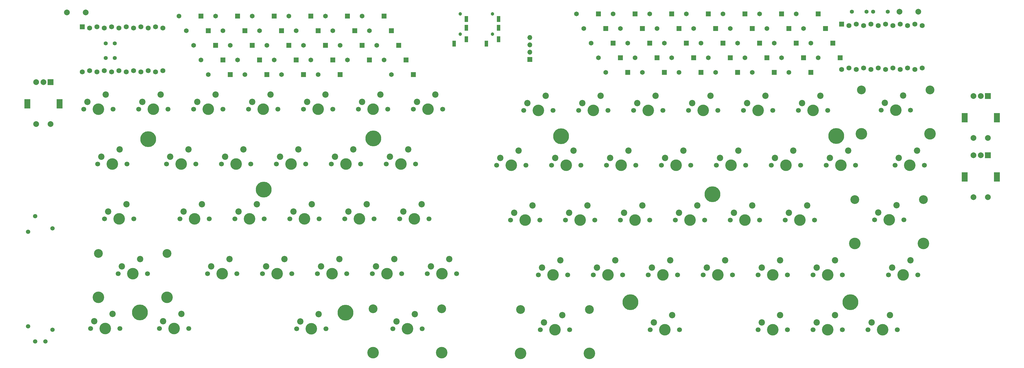
<source format=gbr>
%TF.GenerationSoftware,KiCad,Pcbnew,(7.0.0)*%
%TF.CreationDate,2023-09-10T10:39:49-04:00*%
%TF.ProjectId,RMK-complete,524d4b2d-636f-46d7-906c-6574652e6b69,rev?*%
%TF.SameCoordinates,Original*%
%TF.FileFunction,Soldermask,Bot*%
%TF.FilePolarity,Negative*%
%FSLAX46Y46*%
G04 Gerber Fmt 4.6, Leading zero omitted, Abs format (unit mm)*
G04 Created by KiCad (PCBNEW (7.0.0)) date 2023-09-10 10:39:49*
%MOMM*%
%LPD*%
G01*
G04 APERTURE LIST*
%ADD10C,1.651000*%
%ADD11R,1.651000X1.651000*%
%ADD12R,2.000000X3.200000*%
%ADD13R,2.000000X2.000000*%
%ADD14C,2.000000*%
%ADD15C,1.700000*%
%ADD16C,4.000000*%
%ADD17C,2.200000*%
%ADD18C,1.397000*%
%ADD19C,3.050000*%
%ADD20C,5.500000*%
%ADD21C,1.200000*%
%ADD22R,1.200000X2.100000*%
%ADD23C,1.500000*%
%ADD24R,1.700000X1.700000*%
%ADD25O,1.700000X1.700000*%
%ADD26R,1.752600X1.752600*%
%ADD27C,1.752600*%
G04 APERTURE END LIST*
D10*
%TO.C,D28*%
X160883600Y-92837000D03*
D11*
X168503599Y-92836999D03*
%TD*%
D12*
%TO.C,ROT1*%
X50913599Y-113156999D03*
X39713599Y-113156999D03*
D13*
X47813599Y-105656999D03*
D14*
X42813600Y-105657000D03*
X45313600Y-105657000D03*
X42813600Y-120157000D03*
X47813600Y-120157000D03*
%TD*%
D10*
%TO.C,D17*%
X270767381Y-86988838D03*
D11*
X278387380Y-86988837D03*
%TD*%
D15*
%TO.C,SW19*%
X140309600Y-172212000D03*
D16*
X145389600Y-172212000D03*
D15*
X150469600Y-172212000D03*
D17*
X147929600Y-167132000D03*
X141579600Y-169672000D03*
%TD*%
D18*
%TO.C,R1*%
X338077381Y-81146838D03*
X332997381Y-81146838D03*
%TD*%
D10*
%TO.C,D7*%
X245367381Y-86988838D03*
D11*
X252987380Y-86988837D03*
%TD*%
D10*
%TO.C,D27*%
X296167381Y-86988838D03*
D11*
X303787380Y-86988837D03*
%TD*%
D15*
%TO.C,SW27*%
X164185600Y-134112000D03*
D16*
X169265600Y-134112000D03*
D15*
X174345600Y-134112000D03*
D17*
X171805600Y-129032000D03*
X165455600Y-131572000D03*
%TD*%
D15*
%TO.C,SW32*%
X316741381Y-134486838D03*
D16*
X321821381Y-134486838D03*
D15*
X326901381Y-134486838D03*
D17*
X324361381Y-129406838D03*
X318011381Y-131946838D03*
%TD*%
D10*
%TO.C,D6*%
X105003600Y-82677000D03*
D11*
X112623599Y-82676999D03*
%TD*%
D15*
%TO.C,SW23*%
X283467381Y-153536838D03*
D16*
X288547381Y-153536838D03*
D15*
X293627381Y-153536838D03*
D17*
X291087381Y-148456838D03*
X284737381Y-150996838D03*
%TD*%
D10*
%TO.C,D31*%
X165963600Y-102997000D03*
D11*
X173583599Y-102996999D03*
%TD*%
D10*
%TO.C,D19*%
X275847381Y-97148838D03*
D11*
X283467380Y-97148837D03*
%TD*%
D10*
%TO.C,D12*%
X120243600Y-87757000D03*
D11*
X127863599Y-87756999D03*
%TD*%
D15*
%TO.C,SW4*%
X216919381Y-172586838D03*
D16*
X221999381Y-172586838D03*
D15*
X227079381Y-172586838D03*
D17*
X224539381Y-167506838D03*
X218189381Y-170046838D03*
%TD*%
D12*
%TO.C,ROT1*%
X375935380Y-138550837D03*
X364735380Y-138550837D03*
D13*
X372835380Y-131050837D03*
D14*
X367835381Y-131050838D03*
X370335381Y-131050838D03*
X367835381Y-145550838D03*
X372835381Y-145550838D03*
%TD*%
D10*
%TO.C,D12*%
X258067381Y-86988838D03*
D11*
X265687380Y-86988837D03*
%TD*%
D15*
%TO.C,SW11*%
X97383600Y-115062000D03*
D16*
X102463600Y-115062000D03*
D15*
X107543600Y-115062000D03*
D17*
X105003600Y-109982000D03*
X98653600Y-112522000D03*
%TD*%
D10*
%TO.C,D7*%
X107543600Y-87757000D03*
D11*
X115163599Y-87756999D03*
%TD*%
D10*
%TO.C,D18*%
X135483600Y-92837000D03*
D11*
X143103599Y-92836999D03*
%TD*%
D15*
%TO.C,SW29*%
X178409600Y-172212000D03*
D16*
X183489600Y-172212000D03*
D15*
X188569600Y-172212000D03*
D17*
X186029600Y-167132000D03*
X179679600Y-169672000D03*
%TD*%
D15*
%TO.C,SW7*%
X221491381Y-134486838D03*
D16*
X226571381Y-134486838D03*
D15*
X231651381Y-134486838D03*
D17*
X229111381Y-129406838D03*
X222761381Y-131946838D03*
%TD*%
D18*
%TO.C,R1*%
X70078600Y-97282000D03*
X70078600Y-92202000D03*
%TD*%
D19*
%TO.C,SW20*%
X159651600Y-184323000D03*
D16*
X159651600Y-199563000D03*
D15*
X166471600Y-191323000D03*
D16*
X171551600Y-191323000D03*
D15*
X176631600Y-191323000D03*
D19*
X183451600Y-184323000D03*
D16*
X183451600Y-199563000D03*
D17*
X174091600Y-186243000D03*
X167741600Y-188783000D03*
%TD*%
D14*
%TO.C,SW_A1*%
X342193381Y-81146838D03*
X348693381Y-81146838D03*
%TD*%
D15*
%TO.C,SW25*%
X331219381Y-191636838D03*
D16*
X336299381Y-191636838D03*
D15*
X341379381Y-191636838D03*
D17*
X338839381Y-186556838D03*
X332489381Y-189096838D03*
%TD*%
D10*
%TO.C,D34*%
X311407381Y-92068838D03*
D11*
X319027380Y-92068837D03*
%TD*%
D10*
%TO.C,D8*%
X247907381Y-92068838D03*
D11*
X255527380Y-92068837D03*
%TD*%
D10*
%TO.C,D22*%
X283467381Y-86988838D03*
D11*
X291087380Y-86988837D03*
%TD*%
D10*
%TO.C,D26*%
X155803600Y-82677000D03*
D11*
X163423599Y-82676999D03*
%TD*%
D15*
%TO.C,SW34*%
X338331381Y-172586838D03*
D16*
X343411381Y-172586838D03*
D15*
X348491381Y-172586838D03*
D17*
X345951381Y-167506838D03*
X339601381Y-170046838D03*
%TD*%
D15*
%TO.C,SW12*%
X107035600Y-134112000D03*
D16*
X112115600Y-134112000D03*
D15*
X117195600Y-134112000D03*
D17*
X114655600Y-129032000D03*
X108305600Y-131572000D03*
%TD*%
D14*
%TO.C,SW_A1*%
X53493600Y-81407000D03*
X59993600Y-81407000D03*
%TD*%
D20*
%TO.C,*%
X81661000Y-125476000D03*
%TD*%
D10*
%TO.C,D11*%
X255527381Y-81908838D03*
D11*
X263147380Y-81908837D03*
%TD*%
D15*
%TO.C,SW24*%
X159359600Y-172212000D03*
D16*
X164439600Y-172212000D03*
D15*
X169519600Y-172212000D03*
D17*
X166979600Y-167132000D03*
X160629600Y-169672000D03*
%TD*%
D10*
%TO.C,D26*%
X293627381Y-81908838D03*
D11*
X301247380Y-81908837D03*
%TD*%
D10*
%TO.C,D9*%
X250447381Y-97148838D03*
D11*
X258067380Y-97148837D03*
%TD*%
D10*
%TO.C,D5*%
X102463600Y-102997000D03*
D11*
X110083599Y-102996999D03*
%TD*%
D19*
%TO.C,SW4*%
X64401600Y-165146000D03*
D16*
X64401600Y-180386000D03*
D15*
X71221600Y-172146000D03*
D16*
X76301600Y-172146000D03*
D15*
X81381600Y-172146000D03*
D19*
X88201600Y-165146000D03*
D16*
X88201600Y-180386000D03*
D17*
X78841600Y-167066000D03*
X72491600Y-169606000D03*
%TD*%
D15*
%TO.C,SW6*%
X230889381Y-115436838D03*
D16*
X235969381Y-115436838D03*
D15*
X241049381Y-115436838D03*
D17*
X238509381Y-110356838D03*
X232159381Y-112896838D03*
%TD*%
D15*
%TO.C,SW2*%
X64109600Y-134112000D03*
D16*
X69189600Y-134112000D03*
D15*
X74269600Y-134112000D03*
D17*
X71729600Y-129032000D03*
X65379600Y-131572000D03*
%TD*%
D15*
%TO.C,SW27*%
X297691381Y-134486838D03*
D16*
X302771381Y-134486838D03*
D15*
X307851381Y-134486838D03*
D17*
X305311381Y-129406838D03*
X298961381Y-131946838D03*
%TD*%
D15*
%TO.C,SW9*%
X102209600Y-172212000D03*
D16*
X107289600Y-172212000D03*
D15*
X112369600Y-172212000D03*
D17*
X109829600Y-167132000D03*
X103479600Y-169672000D03*
%TD*%
D21*
%TO.C,U2*%
X201015600Y-81914500D03*
X201015600Y-88914500D03*
D22*
X203115599Y-90714499D03*
X203115599Y-86714499D03*
X203115599Y-83714499D03*
X198915599Y-92214499D03*
%TD*%
D10*
%TO.C,D10*%
X252987381Y-102228838D03*
D11*
X260607380Y-102228837D03*
%TD*%
D10*
%TO.C,D31*%
X303787381Y-102228838D03*
D11*
X311407380Y-102228837D03*
%TD*%
D19*
%TO.C,SW33*%
X326685381Y-146470838D03*
D16*
X326685381Y-161710838D03*
D15*
X333505381Y-153470838D03*
D16*
X338585381Y-153470838D03*
D15*
X343665381Y-153470838D03*
D19*
X350485381Y-146470838D03*
D16*
X350485381Y-161710838D03*
D17*
X341125381Y-148390838D03*
X334775381Y-150930838D03*
%TD*%
D10*
%TO.C,D19*%
X138023600Y-97917000D03*
D11*
X145643599Y-97916999D03*
%TD*%
D10*
%TO.C,D2*%
X94843600Y-87757000D03*
D11*
X102463599Y-87756999D03*
%TD*%
D15*
%TO.C,SW21*%
X135483600Y-115062000D03*
D16*
X140563600Y-115062000D03*
D15*
X145643600Y-115062000D03*
D17*
X143103600Y-109982000D03*
X136753600Y-112522000D03*
%TD*%
D19*
%TO.C,SW31*%
X328971381Y-108370838D03*
D16*
X328971381Y-123610838D03*
D15*
X335791381Y-115370838D03*
D16*
X340871381Y-115370838D03*
D15*
X345951381Y-115370838D03*
D19*
X352771381Y-108370838D03*
D16*
X352771381Y-123610838D03*
D17*
X343411381Y-110290838D03*
X337061381Y-112830838D03*
%TD*%
D15*
%TO.C,SW28*%
X302517381Y-153536838D03*
D16*
X307597381Y-153536838D03*
D15*
X312677381Y-153536838D03*
D17*
X310137381Y-148456838D03*
X303787381Y-150996838D03*
%TD*%
D15*
%TO.C,SW35*%
X340617381Y-134486838D03*
D16*
X345697381Y-134486838D03*
D15*
X350777381Y-134486838D03*
D17*
X348237381Y-129406838D03*
X341887381Y-131946838D03*
%TD*%
D15*
%TO.C,SW1*%
X211839381Y-115436838D03*
D16*
X216919381Y-115436838D03*
D15*
X221999381Y-115436838D03*
D17*
X219459381Y-110356838D03*
X213109381Y-112896838D03*
%TD*%
D15*
%TO.C,SW24*%
X293119381Y-172586838D03*
D16*
X298199381Y-172586838D03*
D15*
X303279381Y-172586838D03*
D17*
X300739381Y-167506838D03*
X294389381Y-170046838D03*
%TD*%
D10*
%TO.C,D8*%
X110083600Y-92837000D03*
D11*
X117703599Y-92836999D03*
%TD*%
D18*
%TO.C,R2*%
X330711381Y-81146838D03*
X325631381Y-81146838D03*
%TD*%
D15*
%TO.C,SW11*%
X249939381Y-115436838D03*
D16*
X255019381Y-115436838D03*
D15*
X260099381Y-115436838D03*
D17*
X257559381Y-110356838D03*
X251209381Y-112896838D03*
%TD*%
D15*
%TO.C,SW13*%
X111734600Y-153162000D03*
D16*
X116814600Y-153162000D03*
D15*
X121894600Y-153162000D03*
D17*
X119354600Y-148082000D03*
X113004600Y-150622000D03*
%TD*%
D10*
%TO.C,D20*%
X140563600Y-102997000D03*
D11*
X148183599Y-102996999D03*
%TD*%
D12*
%TO.C,ROT2*%
X375935380Y-117976837D03*
X364735380Y-117976837D03*
D13*
X372835380Y-110476837D03*
D14*
X367835381Y-110476838D03*
X370335381Y-110476838D03*
X367835381Y-124976838D03*
X372835381Y-124976838D03*
%TD*%
D15*
%TO.C,SW14*%
X255019381Y-172586838D03*
D16*
X260099381Y-172586838D03*
D15*
X265179381Y-172586838D03*
D17*
X262639381Y-167506838D03*
X256289381Y-170046838D03*
%TD*%
D15*
%TO.C,SW7*%
X87985600Y-134112000D03*
D16*
X93065600Y-134112000D03*
D15*
X98145600Y-134112000D03*
D17*
X95605600Y-129032000D03*
X89255600Y-131572000D03*
%TD*%
D15*
%TO.C,SW31*%
X173583600Y-115062000D03*
D16*
X178663600Y-115062000D03*
D15*
X183743600Y-115062000D03*
D17*
X181203600Y-109982000D03*
X174853600Y-112522000D03*
%TD*%
D15*
%TO.C,SW19*%
X274069381Y-172586838D03*
D16*
X279149381Y-172586838D03*
D15*
X284229381Y-172586838D03*
D17*
X281689381Y-167506838D03*
X275339381Y-170046838D03*
%TD*%
D15*
%TO.C,SW28*%
X168884600Y-153162000D03*
D16*
X173964600Y-153162000D03*
D15*
X179044600Y-153162000D03*
D17*
X176504600Y-148082000D03*
X170154600Y-150622000D03*
%TD*%
D10*
%TO.C,D14*%
X125323600Y-97917000D03*
D11*
X132943599Y-97916999D03*
%TD*%
D10*
%TO.C,D16*%
X130403600Y-82677000D03*
D11*
X138023599Y-82676999D03*
%TD*%
D15*
%TO.C,SW15*%
X293119381Y-191636838D03*
D16*
X298199381Y-191636838D03*
D15*
X303279381Y-191636838D03*
D17*
X300739381Y-186556838D03*
X294389381Y-189096838D03*
%TD*%
D18*
%TO.C,R2*%
X66903600Y-97282000D03*
X66903600Y-92202000D03*
%TD*%
D23*
%TO.C,RV1*%
X48463600Y-191622000D03*
X39963600Y-190422000D03*
X39963600Y-157622000D03*
X48463600Y-156422000D03*
X42463600Y-195722000D03*
X45963600Y-195722000D03*
X42463600Y-152222000D03*
%TD*%
D15*
%TO.C,SW16*%
X268989381Y-115436838D03*
D16*
X274069381Y-115436838D03*
D15*
X279149381Y-115436838D03*
D17*
X276609381Y-110356838D03*
X270259381Y-112896838D03*
%TD*%
D20*
%TO.C,*%
X121691400Y-143002000D03*
%TD*%
%TO.C,*%
X224815400Y-124409200D03*
%TD*%
D15*
%TO.C,SW2*%
X202441381Y-134486838D03*
D16*
X207521381Y-134486838D03*
D15*
X212601381Y-134486838D03*
D17*
X210061381Y-129406838D03*
X203711381Y-131946838D03*
%TD*%
D15*
%TO.C,SW17*%
X126085600Y-134112000D03*
D16*
X131165600Y-134112000D03*
D15*
X136245600Y-134112000D03*
D17*
X133705600Y-129032000D03*
X127355600Y-131572000D03*
%TD*%
D15*
%TO.C,SW22*%
X278641381Y-134486838D03*
D16*
X283721381Y-134486838D03*
D15*
X288801381Y-134486838D03*
D17*
X286261381Y-129406838D03*
X279911381Y-131946838D03*
%TD*%
D15*
%TO.C,SW14*%
X121259600Y-172212000D03*
D16*
X126339600Y-172212000D03*
D15*
X131419600Y-172212000D03*
D17*
X128879600Y-167132000D03*
X122529600Y-169672000D03*
%TD*%
D10*
%TO.C,D1*%
X230127381Y-81908838D03*
D11*
X237747380Y-81908837D03*
%TD*%
D15*
%TO.C,SW21*%
X288039381Y-115436838D03*
D16*
X293119381Y-115436838D03*
D15*
X298199381Y-115436838D03*
D17*
X295659381Y-110356838D03*
X289309381Y-112896838D03*
%TD*%
D15*
%TO.C,SW8*%
X226317381Y-153536838D03*
D16*
X231397381Y-153536838D03*
D15*
X236477381Y-153536838D03*
D17*
X233937381Y-148456838D03*
X227587381Y-150996838D03*
%TD*%
D10*
%TO.C,D27*%
X158343600Y-87757000D03*
D11*
X165963599Y-87756999D03*
%TD*%
D10*
%TO.C,D32*%
X306327381Y-81908838D03*
D11*
X313947380Y-81908837D03*
%TD*%
D10*
%TO.C,D4*%
X99923600Y-97917000D03*
D11*
X107543599Y-97916999D03*
%TD*%
D15*
%TO.C,SW13*%
X245367381Y-153536838D03*
D16*
X250447381Y-153536838D03*
D15*
X255527381Y-153536838D03*
D17*
X252987381Y-148456838D03*
X246637381Y-150996838D03*
%TD*%
D10*
%TO.C,D15*%
X127863600Y-102997000D03*
D11*
X135483599Y-102996999D03*
%TD*%
D15*
%TO.C,SW6*%
X78333600Y-115062000D03*
D16*
X83413600Y-115062000D03*
D15*
X88493600Y-115062000D03*
D17*
X85953600Y-109982000D03*
X79603600Y-112522000D03*
%TD*%
D20*
%TO.C,*%
X277342600Y-144576800D03*
%TD*%
D10*
%TO.C,D13*%
X260607381Y-92068838D03*
D11*
X268227380Y-92068837D03*
%TD*%
D24*
%TO.C,J1*%
X213947980Y-97773837D03*
D25*
X213947980Y-95233837D03*
X213947980Y-92693837D03*
X213947980Y-90153837D03*
%TD*%
D10*
%TO.C,D3*%
X97383600Y-92837000D03*
D11*
X105003599Y-92836999D03*
%TD*%
D10*
%TO.C,D5*%
X240287381Y-102228838D03*
D11*
X247907380Y-102228837D03*
%TD*%
D15*
%TO.C,SW12*%
X240541381Y-134486838D03*
D16*
X245621381Y-134486838D03*
D15*
X250701381Y-134486838D03*
D17*
X248161381Y-129406838D03*
X241811381Y-131946838D03*
%TD*%
D10*
%TO.C,D4*%
X237747381Y-97148838D03*
D11*
X245367380Y-97148837D03*
%TD*%
D15*
%TO.C,SW26*%
X154533600Y-115062000D03*
D16*
X159613600Y-115062000D03*
D15*
X164693600Y-115062000D03*
D17*
X162153600Y-109982000D03*
X155803600Y-112522000D03*
%TD*%
D15*
%TO.C,SW18*%
X130784600Y-153162000D03*
D16*
X135864600Y-153162000D03*
D15*
X140944600Y-153162000D03*
D17*
X138404600Y-148082000D03*
X132054600Y-150622000D03*
%TD*%
D20*
%TO.C,*%
X150088600Y-185724800D03*
%TD*%
D10*
%TO.C,D6*%
X242827381Y-81908838D03*
D11*
X250447380Y-81908837D03*
%TD*%
D15*
%TO.C,SW20*%
X312169381Y-191636838D03*
D16*
X317249381Y-191636838D03*
D15*
X322329381Y-191636838D03*
D17*
X319789381Y-186556838D03*
X313439381Y-189096838D03*
%TD*%
D10*
%TO.C,D22*%
X145643600Y-87757000D03*
D11*
X153263599Y-87756999D03*
%TD*%
D10*
%TO.C,D20*%
X278387381Y-102228838D03*
D11*
X286007380Y-102228837D03*
%TD*%
D10*
%TO.C,D1*%
X92303600Y-82677000D03*
D11*
X99923599Y-82676999D03*
%TD*%
D10*
%TO.C,D23*%
X148183600Y-92837000D03*
D11*
X155803599Y-92836999D03*
%TD*%
D10*
%TO.C,D35*%
X313947381Y-97148838D03*
D11*
X321567380Y-97148837D03*
%TD*%
D10*
%TO.C,D3*%
X235207381Y-92068838D03*
D11*
X242827380Y-92068837D03*
%TD*%
D15*
%TO.C,SW10*%
X255727200Y-191668400D03*
D16*
X260807200Y-191668400D03*
D15*
X265887200Y-191668400D03*
D17*
X263347200Y-186588400D03*
X256997200Y-189128400D03*
%TD*%
D15*
%TO.C,SW22*%
X145135600Y-134112000D03*
D16*
X150215600Y-134112000D03*
D15*
X155295600Y-134112000D03*
D17*
X152755600Y-129032000D03*
X146405600Y-131572000D03*
%TD*%
D15*
%TO.C,SW5*%
X61696600Y-191262000D03*
D16*
X66776600Y-191262000D03*
D15*
X71856600Y-191262000D03*
D17*
X69316600Y-186182000D03*
X62966600Y-188722000D03*
%TD*%
D15*
%TO.C,SW15*%
X133146800Y-191312800D03*
D16*
X138226800Y-191312800D03*
D15*
X143306800Y-191312800D03*
D17*
X140766800Y-186232800D03*
X134416800Y-188772800D03*
%TD*%
D10*
%TO.C,D11*%
X117703600Y-82677000D03*
D11*
X125323599Y-82676999D03*
%TD*%
D10*
%TO.C,D9*%
X112623600Y-97917000D03*
D11*
X120243599Y-97916999D03*
%TD*%
D15*
%TO.C,SW16*%
X116433600Y-115062000D03*
D16*
X121513600Y-115062000D03*
D15*
X126593600Y-115062000D03*
D17*
X124053600Y-109982000D03*
X117703600Y-112522000D03*
%TD*%
D10*
%TO.C,D29*%
X163423600Y-97917000D03*
D11*
X171043599Y-97916999D03*
%TD*%
D15*
%TO.C,SW1*%
X59283600Y-115062000D03*
D16*
X64363600Y-115062000D03*
D15*
X69443600Y-115062000D03*
D17*
X66903600Y-109982000D03*
X60553600Y-112522000D03*
%TD*%
D15*
%TO.C,SW17*%
X259591381Y-134486838D03*
D16*
X264671381Y-134486838D03*
D15*
X269751381Y-134486838D03*
D17*
X267211381Y-129406838D03*
X260861381Y-131946838D03*
%TD*%
D15*
%TO.C,SW10*%
X85572600Y-191262000D03*
D16*
X90652600Y-191262000D03*
D15*
X95732600Y-191262000D03*
D17*
X93192600Y-186182000D03*
X86842600Y-188722000D03*
%TD*%
D15*
%TO.C,SW18*%
X264417381Y-153536838D03*
D16*
X269497381Y-153536838D03*
D15*
X274577381Y-153536838D03*
D17*
X272037381Y-148456838D03*
X265687381Y-150996838D03*
%TD*%
D21*
%TO.C,U2*%
X189839600Y-81914500D03*
X189839600Y-88914500D03*
D22*
X191939599Y-90714499D03*
X191939599Y-86714499D03*
X191939599Y-83714499D03*
X187739599Y-92214499D03*
%TD*%
D10*
%TO.C,D33*%
X308867381Y-86988838D03*
D11*
X316487380Y-86988837D03*
%TD*%
D10*
%TO.C,D15*%
X265687381Y-102228838D03*
D11*
X273307380Y-102228837D03*
%TD*%
D20*
%TO.C,*%
X248894600Y-182118000D03*
%TD*%
D10*
%TO.C,D21*%
X143103600Y-82677000D03*
D11*
X150723599Y-82676999D03*
%TD*%
D10*
%TO.C,D25*%
X291087381Y-102228838D03*
D11*
X298707380Y-102228837D03*
%TD*%
D10*
%TO.C,D24*%
X150723600Y-97917000D03*
D11*
X158343599Y-97916999D03*
%TD*%
D20*
%TO.C,*%
X78765400Y-185674000D03*
%TD*%
D10*
%TO.C,D24*%
X288547381Y-97148838D03*
D11*
X296167380Y-97148837D03*
%TD*%
D15*
%TO.C,SW9*%
X235969381Y-172586838D03*
D16*
X241049381Y-172586838D03*
D15*
X246129381Y-172586838D03*
D17*
X243589381Y-167506838D03*
X237239381Y-170046838D03*
%TD*%
D10*
%TO.C,D28*%
X298707381Y-92068838D03*
D11*
X306327380Y-92068837D03*
%TD*%
D10*
%TO.C,D14*%
X263147381Y-97148838D03*
D11*
X270767380Y-97148837D03*
%TD*%
D10*
%TO.C,D13*%
X122783600Y-92837000D03*
D11*
X130403599Y-92836999D03*
%TD*%
D10*
%TO.C,D23*%
X286007381Y-92068838D03*
D11*
X293627380Y-92068837D03*
%TD*%
D15*
%TO.C,SW29*%
X312169381Y-172586838D03*
D16*
X317249381Y-172586838D03*
D15*
X322329381Y-172586838D03*
D17*
X319789381Y-167506838D03*
X313439381Y-170046838D03*
%TD*%
D10*
%TO.C,D21*%
X280927381Y-81908838D03*
D11*
X288547380Y-81908837D03*
%TD*%
D10*
%TO.C,D10*%
X115163600Y-102997000D03*
D11*
X122783599Y-102996999D03*
%TD*%
D10*
%TO.C,D18*%
X273307381Y-92068838D03*
D11*
X280927380Y-92068837D03*
%TD*%
D15*
%TO.C,SW26*%
X307089381Y-115436838D03*
D16*
X312169381Y-115436838D03*
D15*
X317249381Y-115436838D03*
D17*
X314709381Y-110356838D03*
X308359381Y-112896838D03*
%TD*%
D10*
%TO.C,D2*%
X232667381Y-86988838D03*
D11*
X240287380Y-86988837D03*
%TD*%
D10*
%TO.C,D17*%
X132943600Y-87757000D03*
D11*
X140563599Y-87756999D03*
%TD*%
D15*
%TO.C,SW23*%
X149834600Y-153162000D03*
D16*
X154914600Y-153162000D03*
D15*
X159994600Y-153162000D03*
D17*
X157454600Y-148082000D03*
X151104600Y-150622000D03*
%TD*%
D19*
%TO.C,SW5*%
X210807200Y-184653200D03*
D16*
X210807200Y-199893200D03*
D15*
X217627200Y-191653200D03*
D16*
X222707200Y-191653200D03*
D15*
X227787200Y-191653200D03*
D19*
X234607200Y-184653200D03*
D16*
X234607200Y-199893200D03*
D17*
X225247200Y-186573200D03*
X218897200Y-189113200D03*
%TD*%
D15*
%TO.C,SW8*%
X92684600Y-153162000D03*
D16*
X97764600Y-153162000D03*
D15*
X102844600Y-153162000D03*
D17*
X100304600Y-148082000D03*
X93954600Y-150622000D03*
%TD*%
D20*
%TO.C,*%
X320217800Y-124358400D03*
%TD*%
%TO.C,*%
X159740600Y-125222000D03*
%TD*%
D10*
%TO.C,D16*%
X268227381Y-81908838D03*
D11*
X275847380Y-81908837D03*
%TD*%
D10*
%TO.C,D29*%
X301247381Y-97148838D03*
D11*
X308867380Y-97148837D03*
%TD*%
D15*
%TO.C,SW3*%
X66522600Y-153162000D03*
D16*
X71602600Y-153162000D03*
D15*
X76682600Y-153162000D03*
D17*
X74142600Y-148082000D03*
X67792600Y-150622000D03*
%TD*%
D20*
%TO.C,*%
X325145400Y-182067200D03*
%TD*%
D15*
%TO.C,SW3*%
X207267381Y-153536838D03*
D16*
X212347381Y-153536838D03*
D15*
X217427381Y-153536838D03*
D17*
X214887381Y-148456838D03*
X208537381Y-150996838D03*
%TD*%
D26*
%TO.C,U1*%
X58775599Y-86385399D03*
D27*
X61315600Y-86842600D03*
X63855600Y-86385400D03*
X66395600Y-86842600D03*
X68935600Y-86385400D03*
X71475600Y-86842600D03*
X74015600Y-86385400D03*
X76555600Y-86842600D03*
X79095600Y-86385400D03*
X81635600Y-86842600D03*
X84175600Y-86385400D03*
X86715600Y-86842600D03*
X86715600Y-101625400D03*
X84175600Y-102082600D03*
X81635600Y-101625400D03*
X79095600Y-102082600D03*
X76555600Y-101625400D03*
X74015600Y-102082600D03*
X71475600Y-101625400D03*
X68935600Y-102082600D03*
X66395600Y-101625400D03*
X63855600Y-102082600D03*
X61315600Y-101625400D03*
X58775600Y-102082600D03*
%TD*%
D26*
%TO.C,U1*%
X322075380Y-85490237D03*
D27*
X324615381Y-85947438D03*
X327155381Y-85490238D03*
X329695381Y-85947438D03*
X332235381Y-85490238D03*
X334775381Y-85947438D03*
X337315381Y-85490238D03*
X339855381Y-85947438D03*
X342395381Y-85490238D03*
X344935381Y-85947438D03*
X347475381Y-85490238D03*
X350015381Y-85947438D03*
X350015381Y-100730238D03*
X347475381Y-101187438D03*
X344935381Y-100730238D03*
X342395381Y-101187438D03*
X339855381Y-100730238D03*
X337315381Y-101187438D03*
X334775381Y-100730238D03*
X332235381Y-101187438D03*
X329695381Y-100730238D03*
X327155381Y-101187438D03*
X324615381Y-100730238D03*
X322075381Y-101187438D03*
%TD*%
M02*

</source>
